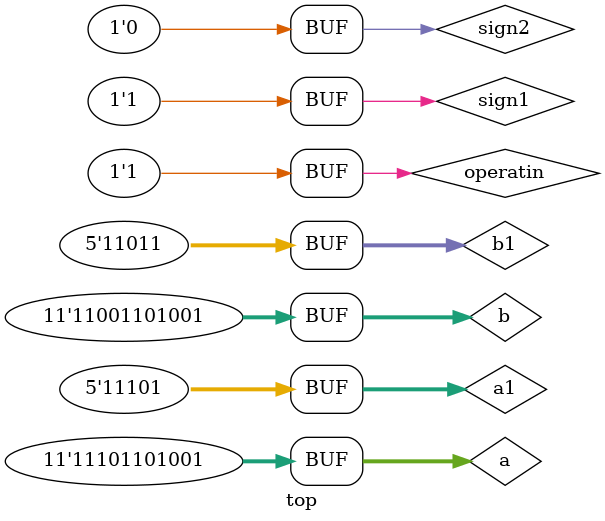
<source format=v>

module top ;

// reg [16:1] a;
// reg [16:1] b;

reg [10:0] a;
reg [10:0] b;
reg sign1,sign2;
reg [4:0] a1;
reg [4:0] b1;
reg operatin;
wire signout;
wire [11:0] aout;
wire [5:0] expout;
reg cin;

	// Outputs
// wire [16:1] sum;
// wire [16:1] carry1;
// wire [16:0][1:0]carry;
wire [11:0] ans1;

// floatingptoper m2(a,sign1,a1,b,sign2,b1,aout,signout,expout);
// floatingptoper m22(.inp1(a),.sgn1(sign1),.exp1(a1),.inp2(b),.sgn2(sign2),.exp2(b1),.out(aout),.sgnout(signout),.outexp(expout));
floatingptoper m22(.inp1(a),.sgn1(sign1),.exp1(a1),.inp2(b),.sgn2(sign2),.exp2(b1),.operatin(operatin),.out(aout),.sgnout(signout),.outexp(expout));

// module floatingptoper (inp1,sgn1,exp1,inp2,sgn2,exp2,out,sgnout,outexp);


initial
begin


    a = 11'b11000000000;b=11'b11000000100;sign1 = 0;a1 = 5'd17;sign2 = 0;b1 =5'd11 ;operatin = 0;

    #10
    a = 11'b11000000001;b=11'b11000000000;sign1 = 0;a1 = 5'd17;sign2 = 0;b1 =5'd11 ;operatin = 0;


    #10
        a = 11'b11000000011;b=11'b11000000001;sign1 = 0;a1 = 5'd14;sign2 = 0;b1 =5'd11 ; operatin = 0;#10;
     a = 11'd1026;         b=11'd1028;         sign1 = 0;a1 = 5'd11;sign2 = 0;b1 =5'd11 ; operatin = 0;#10;
     a = 11'd1484;       b=11'd1691;sign1 = 0;a1 = 5'd9;sign2 = 0;b1 =5'd11 ; operatin = 0;#10;
     a = 11'd1897       ;b=11'd1641;sign1 = 0;a1 = 5'd29;sign2 = 0;b1 =5'd27 ; operatin = 0;#10;
     // a = 11'd3       ;b=11'd3;sign1 = 0;a1 = 5'd29;sign2 = 0;b1 =5'd29 ; operatin = 0;#10;

     a = 11'b11000000000;b=11'b11000000100;sign1 = 0;a1 = 5'd17;sign2 = 0;b1 =5'd11 ;operatin = 1; #10;
     a = 11'b11000000001;b=11'b11000000000;sign1 = 0;a1 = 5'd17;sign2 = 0;b1 =5'd11 ;operatin = 1;#10;
      a = 11'b11000000011;b=11'b11000000001;sign1 = 0;a1 = 5'd14;sign2 = 0;b1 =5'd11 ; operatin = 1;#10;
      a = 11'b11000000011;b=11'b11000000001;sign1 = 1;a1 = 5'd14;sign2 = 1;b1 =5'd11 ; operatin = 0;#10;

      a = 11'd1026;        b=11'd1028;         sign1 = 0;a1 = 5'd11;sign2 = 0;b1 =5'd11 ; operatin = 1;#10;
      a = 11'd1484;       b=11'd1691;sign1 = 0;a1 = 5'd9;sign2 = 0;b1 =5'd11 ; operatin = 1;#10;
      a = 11'd1897       ;b=11'd1641;sign1 = 0;a1 = 5'd29;sign2 = 0;b1 =5'd27 ; operatin = 1;#10;


         a = 11'b10000000000;b=11'd1032;sign1 = 0;a1 = 5'd17;sign2 = 0;b1 =5'd11 ;operatin = 1; #10;
         a = 11'b10000000001;b=11'b10000000000;sign1 = 0;a1 = 5'd17;sign2 = 0;b1 =5'd11 ;operatin = 1;#10;
          a = 11'b10000000011;b=11'b10000000001;sign1 = 1;a1 = 5'd14;sign2 = 0;b1 =5'd11 ; operatin = 1;#10;
          // a = 11'd14;        b=11'd3;         sign1 = 0;a1 = 5'd11;sign2 = 0;b1 =5'd11 ; operatin = 1;#10;
          a = 11'd1484;       b=11'd1391;sign1 = 0;a1 = 5'd9;sign2 = 0;b1 =5'd11 ; operatin = 1;#10;
          a = 11'd1897       ;b=11'd1141;sign1 = 1;a1 = 5'd29;sign2 = 0;b1 =5'd27 ; operatin = 1;#10;

         a = 11'b11000000000;b=11'b11000000100;sign1 = 0;a1 = 5'd17;sign2 = 1;b1 =5'd11 ;operatin = 1; #10;
         a = 11'b11000000001;b=11'b11000000000;sign1 = 1;a1 = 5'd17;sign2 = 1;b1 =5'd11 ;operatin = 1;#10;
          a = 11'b11000000011;b=11'b11000000001;sign1 = 0;a1 = 5'd14;sign2 = 0;b1 =5'd14 ; operatin = 1;#10;
          a = 11'd1026;        b=11'd1028;         sign1 = 0;a1 = 5'd11;sign2 = 0;b1 =5'd11 ; operatin = 1;#10;
          a = 11'd1484;       b=11'd1691;sign1 = 1;a1 = 5'd9;sign2 = 0;b1 =5'd11 ; operatin = 1;#10;
          a = 11'd1897       ;b=11'd1641;sign1 = 0;a1 = 5'd29;sign2 = 0;b1 =5'd27 ; operatin = 1;#10;
          a = 11'd1897       ;b=11'd1641;sign1 = 1;a1 = 5'd29;sign2 = 0;b1 =5'd27 ; operatin = 1;#10;




end

initial
begin
// $monitor("time = %2d,")


// $monitor($time, "inp1 = %d,    sign1 = %d,   exp1 = %d,   inp2 = %d,sign2 = %d,    exp2 = %d,operation(0 means add) = %d ,aout = %d,signout = %d,expout = %d\n", a,sign1,a1,b,sign2,b1,operatin,aout,signout,expout);

$monitor($time, "    val with sign  = %b_%b,   exp1 = %b, , val with sign = %b_%b  exp2 = %b,operation(0 means add) = %b ,output with sign = %b_%b,expout = %b\n\n\n", sign1,a,a1,sign2,b,b1,operatin,signout,aout,expout);




$dumpfile("mianfile.vcd");
$dumpvars(0,top);
end

endmodule

</source>
